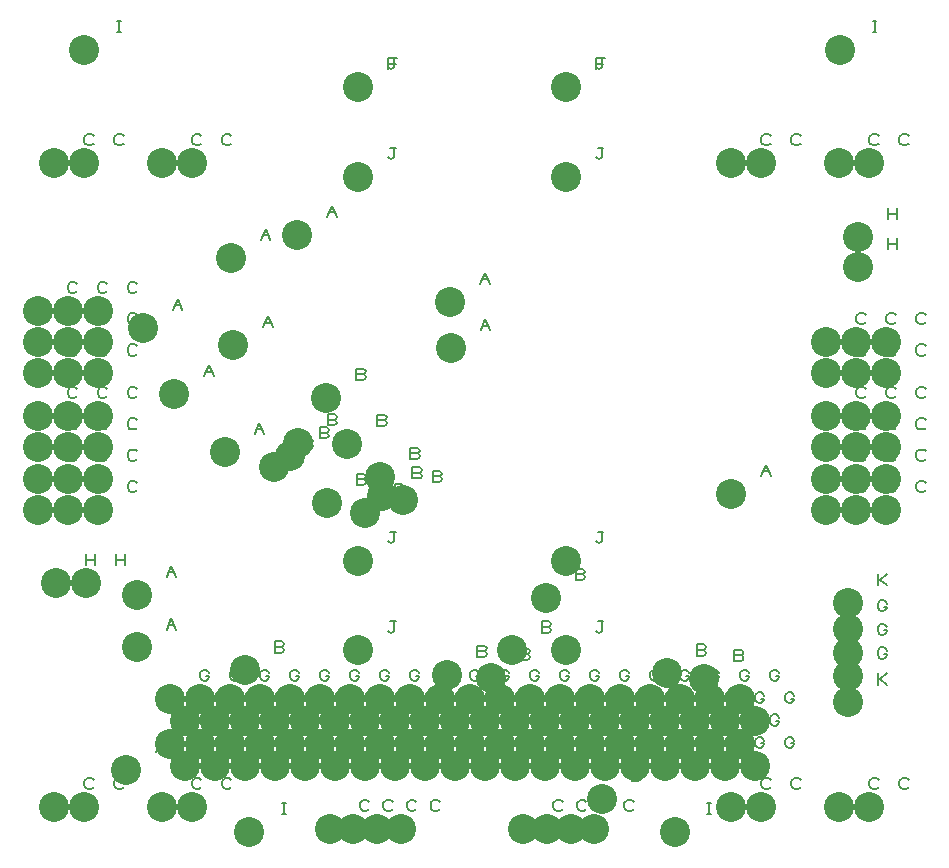
<source format=gbr>
G04 DesignSpark PCB Gerber Version 12.0 Build 5942*
%FSLAX35Y35*%
%MOMM*%
%ADD14C,0.12700*%
%ADD97C,2.54000*%
X0Y0D02*
D02*
D14*
X1105620Y4516930D02*
X1097680Y4508990D01*
X1081800Y4501050D01*
X1057990D01*
X1042120Y4508990D01*
X1034180Y4516930D01*
X1026240Y4532800D01*
Y4564550D01*
X1034180Y4580430D01*
X1042120Y4588370D01*
X1057990Y4596300D01*
X1081800D01*
X1097680Y4588370D01*
X1105620Y4580430D01*
Y4781930D02*
X1097680Y4773990D01*
X1081800Y4766050D01*
X1057990D01*
X1042120Y4773990D01*
X1034180Y4781930D01*
X1026240Y4797800D01*
Y4829550D01*
X1034180Y4845430D01*
X1042120Y4853370D01*
X1057990Y4861300D01*
X1081800D01*
X1097680Y4853370D01*
X1105620Y4845430D01*
Y5046930D02*
X1097680Y5038990D01*
X1081800Y5031050D01*
X1057990D01*
X1042120Y5038990D01*
X1034180Y5046930D01*
X1026240Y5062800D01*
Y5094550D01*
X1034180Y5110430D01*
X1042120Y5118370D01*
X1057990Y5126300D01*
X1081800D01*
X1097680Y5118370D01*
X1105620Y5110430D01*
Y5311930D02*
X1097680Y5303990D01*
X1081800Y5296050D01*
X1057990D01*
X1042120Y5303990D01*
X1034180Y5311930D01*
X1026240Y5327800D01*
Y5359550D01*
X1034180Y5375430D01*
X1042120Y5383370D01*
X1057990Y5391300D01*
X1081800D01*
X1097680Y5383370D01*
X1105620Y5375430D01*
Y5671930D02*
X1097680Y5663990D01*
X1081800Y5656050D01*
X1057990D01*
X1042120Y5663990D01*
X1034180Y5671930D01*
X1026240Y5687800D01*
Y5719550D01*
X1034180Y5735430D01*
X1042120Y5743370D01*
X1057990Y5751300D01*
X1081800D01*
X1097680Y5743370D01*
X1105620Y5735430D01*
Y5936930D02*
X1097680Y5928990D01*
X1081800Y5921050D01*
X1057990D01*
X1042120Y5928990D01*
X1034180Y5936930D01*
X1026240Y5952800D01*
Y5984550D01*
X1034180Y6000430D01*
X1042120Y6008370D01*
X1057990Y6016300D01*
X1081800D01*
X1097680Y6008370D01*
X1105620Y6000430D01*
Y6201930D02*
X1097680Y6193990D01*
X1081800Y6186050D01*
X1057990D01*
X1042120Y6193990D01*
X1034180Y6201930D01*
X1026240Y6217800D01*
Y6249550D01*
X1034180Y6265430D01*
X1042120Y6273370D01*
X1057990Y6281300D01*
X1081800D01*
X1097680Y6273370D01*
X1105620Y6265430D01*
X1248620Y2001930D02*
X1240680Y1993990D01*
X1224800Y1986050D01*
X1200990D01*
X1185120Y1993990D01*
X1177180Y2001930D01*
X1169240Y2017800D01*
Y2049550D01*
X1177180Y2065430D01*
X1185120Y2073370D01*
X1200990Y2081300D01*
X1224800D01*
X1240680Y2073370D01*
X1248620Y2065430D01*
Y7451930D02*
X1240680Y7443990D01*
X1224800Y7436050D01*
X1200990D01*
X1185120Y7443990D01*
X1177180Y7451930D01*
X1169240Y7467800D01*
Y7499550D01*
X1177180Y7515430D01*
X1185120Y7523370D01*
X1200990Y7531300D01*
X1224800D01*
X1240680Y7523370D01*
X1248620Y7515430D01*
X1180240Y3881050D02*
Y3976300D01*
Y3928680D02*
X1259620D01*
Y3881050D02*
Y3976300D01*
X1359620Y4516930D02*
X1351680Y4508990D01*
X1335800Y4501050D01*
X1311990D01*
X1296120Y4508990D01*
X1288180Y4516930D01*
X1280240Y4532800D01*
Y4564550D01*
X1288180Y4580430D01*
X1296120Y4588370D01*
X1311990Y4596300D01*
X1335800D01*
X1351680Y4588370D01*
X1359620Y4580430D01*
Y4781930D02*
X1351680Y4773990D01*
X1335800Y4766050D01*
X1311990D01*
X1296120Y4773990D01*
X1288180Y4781930D01*
X1280240Y4797800D01*
Y4829550D01*
X1288180Y4845430D01*
X1296120Y4853370D01*
X1311990Y4861300D01*
X1335800D01*
X1351680Y4853370D01*
X1359620Y4845430D01*
Y5046930D02*
X1351680Y5038990D01*
X1335800Y5031050D01*
X1311990D01*
X1296120Y5038990D01*
X1288180Y5046930D01*
X1280240Y5062800D01*
Y5094550D01*
X1288180Y5110430D01*
X1296120Y5118370D01*
X1311990Y5126300D01*
X1335800D01*
X1351680Y5118370D01*
X1359620Y5110430D01*
Y5311930D02*
X1351680Y5303990D01*
X1335800Y5296050D01*
X1311990D01*
X1296120Y5303990D01*
X1288180Y5311930D01*
X1280240Y5327800D01*
Y5359550D01*
X1288180Y5375430D01*
X1296120Y5383370D01*
X1311990Y5391300D01*
X1335800D01*
X1351680Y5383370D01*
X1359620Y5375430D01*
Y5671930D02*
X1351680Y5663990D01*
X1335800Y5656050D01*
X1311990D01*
X1296120Y5663990D01*
X1288180Y5671930D01*
X1280240Y5687800D01*
Y5719550D01*
X1288180Y5735430D01*
X1296120Y5743370D01*
X1311990Y5751300D01*
X1335800D01*
X1351680Y5743370D01*
X1359620Y5735430D01*
Y5936930D02*
X1351680Y5928990D01*
X1335800Y5921050D01*
X1311990D01*
X1296120Y5928990D01*
X1288180Y5936930D01*
X1280240Y5952800D01*
Y5984550D01*
X1288180Y6000430D01*
X1296120Y6008370D01*
X1311990Y6016300D01*
X1335800D01*
X1351680Y6008370D01*
X1359620Y6000430D01*
Y6201930D02*
X1351680Y6193990D01*
X1335800Y6186050D01*
X1311990D01*
X1296120Y6193990D01*
X1288180Y6201930D01*
X1280240Y6217800D01*
Y6249550D01*
X1288180Y6265430D01*
X1296120Y6273370D01*
X1311990Y6281300D01*
X1335800D01*
X1351680Y6273370D01*
X1359620Y6265430D01*
X1443050Y8396050D02*
X1474800D01*
X1458930D02*
Y8491300D01*
X1443050D02*
X1474800D01*
X1502620Y2001930D02*
X1494680Y1993990D01*
X1478800Y1986050D01*
X1454990D01*
X1439120Y1993990D01*
X1431180Y2001930D01*
X1423240Y2017800D01*
Y2049550D01*
X1431180Y2065430D01*
X1439120Y2073370D01*
X1454990Y2081300D01*
X1478800D01*
X1494680Y2073370D01*
X1502620Y2065430D01*
Y7451930D02*
X1494680Y7443990D01*
X1478800Y7436050D01*
X1454990D01*
X1439120Y7443990D01*
X1431180Y7451930D01*
X1423240Y7467800D01*
Y7499550D01*
X1431180Y7515430D01*
X1439120Y7523370D01*
X1454990Y7531300D01*
X1478800D01*
X1494680Y7523370D01*
X1502620Y7515430D01*
X1434240Y3881050D02*
Y3976300D01*
Y3928680D02*
X1513620D01*
Y3881050D02*
Y3976300D01*
X1613620Y4516930D02*
X1605680Y4508990D01*
X1589800Y4501050D01*
X1565990D01*
X1550120Y4508990D01*
X1542180Y4516930D01*
X1534240Y4532800D01*
Y4564550D01*
X1542180Y4580430D01*
X1550120Y4588370D01*
X1565990Y4596300D01*
X1589800D01*
X1605680Y4588370D01*
X1613620Y4580430D01*
Y4781930D02*
X1605680Y4773990D01*
X1589800Y4766050D01*
X1565990D01*
X1550120Y4773990D01*
X1542180Y4781930D01*
X1534240Y4797800D01*
Y4829550D01*
X1542180Y4845430D01*
X1550120Y4853370D01*
X1565990Y4861300D01*
X1589800D01*
X1605680Y4853370D01*
X1613620Y4845430D01*
Y5046930D02*
X1605680Y5038990D01*
X1589800Y5031050D01*
X1565990D01*
X1550120Y5038990D01*
X1542180Y5046930D01*
X1534240Y5062800D01*
Y5094550D01*
X1542180Y5110430D01*
X1550120Y5118370D01*
X1565990Y5126300D01*
X1589800D01*
X1605680Y5118370D01*
X1613620Y5110430D01*
Y5311930D02*
X1605680Y5303990D01*
X1589800Y5296050D01*
X1565990D01*
X1550120Y5303990D01*
X1542180Y5311930D01*
X1534240Y5327800D01*
Y5359550D01*
X1542180Y5375430D01*
X1550120Y5383370D01*
X1565990Y5391300D01*
X1589800D01*
X1605680Y5383370D01*
X1613620Y5375430D01*
Y5671930D02*
X1605680Y5663990D01*
X1589800Y5656050D01*
X1565990D01*
X1550120Y5663990D01*
X1542180Y5671930D01*
X1534240Y5687800D01*
Y5719550D01*
X1542180Y5735430D01*
X1550120Y5743370D01*
X1565990Y5751300D01*
X1589800D01*
X1605680Y5743370D01*
X1613620Y5735430D01*
Y5936930D02*
X1605680Y5928990D01*
X1589800Y5921050D01*
X1565990D01*
X1550120Y5928990D01*
X1542180Y5936930D01*
X1534240Y5952800D01*
Y5984550D01*
X1542180Y6000430D01*
X1550120Y6008370D01*
X1565990Y6016300D01*
X1589800D01*
X1605680Y6008370D01*
X1613620Y6000430D01*
Y6201930D02*
X1605680Y6193990D01*
X1589800Y6186050D01*
X1565990D01*
X1550120Y6193990D01*
X1542180Y6201930D01*
X1534240Y6217800D01*
Y6249550D01*
X1542180Y6265430D01*
X1550120Y6273370D01*
X1565990Y6281300D01*
X1589800D01*
X1605680Y6273370D01*
X1613620Y6265430D01*
X1774240Y2301050D02*
X1813930Y2396300D01*
X1853620Y2301050D01*
X1790120Y2340740D02*
X1837740D01*
X1864240Y3336050D02*
X1903930Y3431300D01*
X1943620Y3336050D01*
X1880120Y3375740D02*
X1927740D01*
X1864240Y3781050D02*
X1903930Y3876300D01*
X1943620Y3781050D01*
X1880120Y3820740D02*
X1927740D01*
X1919240Y6041050D02*
X1958930Y6136300D01*
X1998620Y6041050D01*
X1935120Y6080740D02*
X1982740D01*
X2158620Y2001930D02*
X2150680Y1993990D01*
X2134800Y1986050D01*
X2110990D01*
X2095120Y1993990D01*
X2087180Y2001930D01*
X2079240Y2017800D01*
Y2049550D01*
X2087180Y2065430D01*
X2095120Y2073370D01*
X2110990Y2081300D01*
X2134800D01*
X2150680Y2073370D01*
X2158620Y2065430D01*
Y7451930D02*
X2150680Y7443990D01*
X2134800Y7436050D01*
X2110990D01*
X2095120Y7443990D01*
X2087180Y7451930D01*
X2079240Y7467800D01*
Y7499550D01*
X2087180Y7515430D01*
X2095120Y7523370D01*
X2110990Y7531300D01*
X2134800D01*
X2150680Y7523370D01*
X2158620Y7515430D01*
X2201950Y2562240D02*
X2225770D01*
Y2554300D01*
X2217830Y2538430D01*
X2209890Y2530490D01*
X2194020Y2522550D01*
X2178140D01*
X2162270Y2530490D01*
X2154330Y2538430D01*
X2146390Y2554300D01*
Y2586050D01*
X2154330Y2601930D01*
X2162270Y2609870D01*
X2178140Y2617800D01*
X2194020D01*
X2209890Y2609870D01*
X2217830Y2601930D01*
X2225770Y2586050D01*
X2201950Y2942240D02*
X2225770D01*
Y2934300D01*
X2217830Y2918430D01*
X2209890Y2910490D01*
X2194020Y2902550D01*
X2178140D01*
X2162270Y2910490D01*
X2154330Y2918430D01*
X2146390Y2934300D01*
Y2966050D01*
X2154330Y2981930D01*
X2162270Y2989870D01*
X2178140Y2997800D01*
X2194020D01*
X2209890Y2989870D01*
X2217830Y2981930D01*
X2225770Y2966050D01*
X2184240Y5481050D02*
X2223930Y5576300D01*
X2263620Y5481050D01*
X2200120Y5520740D02*
X2247740D01*
X2328950Y2372240D02*
X2352770D01*
Y2364300D01*
X2344830Y2348430D01*
X2336890Y2340490D01*
X2321020Y2332550D01*
X2305140D01*
X2289270Y2340490D01*
X2281330Y2348430D01*
X2273390Y2364300D01*
Y2396050D01*
X2281330Y2411930D01*
X2289270Y2419870D01*
X2305140Y2427800D01*
X2321020D01*
X2336890Y2419870D01*
X2344830Y2411930D01*
X2352770Y2396050D01*
X2328950Y2752240D02*
X2352770D01*
Y2744300D01*
X2344830Y2728430D01*
X2336890Y2720490D01*
X2321020Y2712550D01*
X2305140D01*
X2289270Y2720490D01*
X2281330Y2728430D01*
X2273390Y2744300D01*
Y2776050D01*
X2281330Y2791930D01*
X2289270Y2799870D01*
X2305140Y2807800D01*
X2321020D01*
X2336890Y2799870D01*
X2344830Y2791930D01*
X2352770Y2776050D01*
X2412620Y2001930D02*
X2404680Y1993990D01*
X2388800Y1986050D01*
X2364990D01*
X2349120Y1993990D01*
X2341180Y2001930D01*
X2333240Y2017800D01*
Y2049550D01*
X2341180Y2065430D01*
X2349120Y2073370D01*
X2364990Y2081300D01*
X2388800D01*
X2404680Y2073370D01*
X2412620Y2065430D01*
Y7451930D02*
X2404680Y7443990D01*
X2388800Y7436050D01*
X2364990D01*
X2349120Y7443990D01*
X2341180Y7451930D01*
X2333240Y7467800D01*
Y7499550D01*
X2341180Y7515430D01*
X2349120Y7523370D01*
X2364990Y7531300D01*
X2388800D01*
X2404680Y7523370D01*
X2412620Y7515430D01*
X2455950Y2562240D02*
X2479770D01*
Y2554300D01*
X2471830Y2538430D01*
X2463890Y2530490D01*
X2448020Y2522550D01*
X2432140D01*
X2416270Y2530490D01*
X2408330Y2538430D01*
X2400390Y2554300D01*
Y2586050D01*
X2408330Y2601930D01*
X2416270Y2609870D01*
X2432140Y2617800D01*
X2448020D01*
X2463890Y2609870D01*
X2471830Y2601930D01*
X2479770Y2586050D01*
X2455950Y2942240D02*
X2479770D01*
Y2934300D01*
X2471830Y2918430D01*
X2463890Y2910490D01*
X2448020Y2902550D01*
X2432140D01*
X2416270Y2910490D01*
X2408330Y2918430D01*
X2400390Y2934300D01*
Y2966050D01*
X2408330Y2981930D01*
X2416270Y2989870D01*
X2432140Y2997800D01*
X2448020D01*
X2463890Y2989870D01*
X2471830Y2981930D01*
X2479770Y2966050D01*
X2582950Y2372240D02*
X2606770D01*
Y2364300D01*
X2598830Y2348430D01*
X2590890Y2340490D01*
X2575020Y2332550D01*
X2559140D01*
X2543270Y2340490D01*
X2535330Y2348430D01*
X2527390Y2364300D01*
Y2396050D01*
X2535330Y2411930D01*
X2543270Y2419870D01*
X2559140Y2427800D01*
X2575020D01*
X2590890Y2419870D01*
X2598830Y2411930D01*
X2606770Y2396050D01*
X2582950Y2752240D02*
X2606770D01*
Y2744300D01*
X2598830Y2728430D01*
X2590890Y2720490D01*
X2575020Y2712550D01*
X2559140D01*
X2543270Y2720490D01*
X2535330Y2728430D01*
X2527390Y2744300D01*
Y2776050D01*
X2535330Y2791930D01*
X2543270Y2799870D01*
X2559140Y2807800D01*
X2575020D01*
X2590890Y2799870D01*
X2598830Y2791930D01*
X2606770Y2776050D01*
X2609240Y4991050D02*
X2648930Y5086300D01*
X2688620Y4991050D01*
X2625120Y5030740D02*
X2672740D01*
X2709950Y2562240D02*
X2733770D01*
Y2554300D01*
X2725830Y2538430D01*
X2717890Y2530490D01*
X2702020Y2522550D01*
X2686140D01*
X2670270Y2530490D01*
X2662330Y2538430D01*
X2654390Y2554300D01*
Y2586050D01*
X2662330Y2601930D01*
X2670270Y2609870D01*
X2686140Y2617800D01*
X2702020D01*
X2717890Y2609870D01*
X2725830Y2601930D01*
X2733770Y2586050D01*
X2709950Y2942240D02*
X2733770D01*
Y2934300D01*
X2725830Y2918430D01*
X2717890Y2910490D01*
X2702020Y2902550D01*
X2686140D01*
X2670270Y2910490D01*
X2662330Y2918430D01*
X2654390Y2934300D01*
Y2966050D01*
X2662330Y2981930D01*
X2670270Y2989870D01*
X2686140Y2997800D01*
X2702020D01*
X2717890Y2989870D01*
X2725830Y2981930D01*
X2733770Y2966050D01*
X2664240Y6636050D02*
X2703930Y6731300D01*
X2743620Y6636050D01*
X2680120Y6675740D02*
X2727740D01*
X2684240Y5896050D02*
X2723930Y5991300D01*
X2763620Y5896050D01*
X2700120Y5935740D02*
X2747740D01*
X2836950Y2372240D02*
X2860770D01*
Y2364300D01*
X2852830Y2348430D01*
X2844890Y2340490D01*
X2829020Y2332550D01*
X2813140D01*
X2797270Y2340490D01*
X2789330Y2348430D01*
X2781390Y2364300D01*
Y2396050D01*
X2789330Y2411930D01*
X2797270Y2419870D01*
X2813140Y2427800D01*
X2829020D01*
X2844890Y2419870D01*
X2852830Y2411930D01*
X2860770Y2396050D01*
X2836950Y2752240D02*
X2860770D01*
Y2744300D01*
X2852830Y2728430D01*
X2844890Y2720490D01*
X2829020Y2712550D01*
X2813140D01*
X2797270Y2720490D01*
X2789330Y2728430D01*
X2781390Y2744300D01*
Y2776050D01*
X2789330Y2791930D01*
X2797270Y2799870D01*
X2813140Y2807800D01*
X2829020D01*
X2844890Y2799870D01*
X2852830Y2791930D01*
X2860770Y2776050D01*
X2836950Y3188680D02*
X2852830Y3180740D01*
X2860770Y3164870D01*
X2852830Y3148990D01*
X2836950Y3141050D01*
X2781390D01*
Y3236300D01*
X2836950D01*
X2852830Y3228370D01*
X2860770Y3212490D01*
X2852830Y3196620D01*
X2836950Y3188680D01*
X2781390D01*
X2843050Y1771050D02*
X2874800D01*
X2858930D02*
Y1866300D01*
X2843050D02*
X2874800D01*
X2963950Y2562240D02*
X2987770D01*
Y2554300D01*
X2979830Y2538430D01*
X2971890Y2530490D01*
X2956020Y2522550D01*
X2940140D01*
X2924270Y2530490D01*
X2916330Y2538430D01*
X2908390Y2554300D01*
Y2586050D01*
X2916330Y2601930D01*
X2924270Y2609870D01*
X2940140Y2617800D01*
X2956020D01*
X2971890Y2609870D01*
X2979830Y2601930D01*
X2987770Y2586050D01*
X2963950Y2942240D02*
X2987770D01*
Y2934300D01*
X2979830Y2918430D01*
X2971890Y2910490D01*
X2956020Y2902550D01*
X2940140D01*
X2924270Y2910490D01*
X2916330Y2918430D01*
X2908390Y2934300D01*
Y2966050D01*
X2916330Y2981930D01*
X2924270Y2989870D01*
X2940140Y2997800D01*
X2956020D01*
X2971890Y2989870D01*
X2979830Y2981930D01*
X2987770Y2966050D01*
X3079800Y4913680D02*
X3095680Y4905740D01*
X3103620Y4889870D01*
X3095680Y4873990D01*
X3079800Y4866050D01*
X3024240D01*
Y4961300D01*
X3079800D01*
X3095680Y4953370D01*
X3103620Y4937490D01*
X3095680Y4921620D01*
X3079800Y4913680D01*
X3024240D01*
X3090950Y2372240D02*
X3114770D01*
Y2364300D01*
X3106830Y2348430D01*
X3098890Y2340490D01*
X3083020Y2332550D01*
X3067140D01*
X3051270Y2340490D01*
X3043330Y2348430D01*
X3035390Y2364300D01*
Y2396050D01*
X3043330Y2411930D01*
X3051270Y2419870D01*
X3067140Y2427800D01*
X3083020D01*
X3098890Y2419870D01*
X3106830Y2411930D01*
X3114770Y2396050D01*
X3090950Y2752240D02*
X3114770D01*
Y2744300D01*
X3106830Y2728430D01*
X3098890Y2720490D01*
X3083020Y2712550D01*
X3067140D01*
X3051270Y2720490D01*
X3043330Y2728430D01*
X3035390Y2744300D01*
Y2776050D01*
X3043330Y2791930D01*
X3051270Y2799870D01*
X3067140Y2807800D01*
X3083020D01*
X3098890Y2799870D01*
X3106830Y2791930D01*
X3114770Y2776050D01*
X3214800Y5003680D02*
X3230680Y4995740D01*
X3238620Y4979870D01*
X3230680Y4963990D01*
X3214800Y4956050D01*
X3159240D01*
Y5051300D01*
X3214800D01*
X3230680Y5043370D01*
X3238620Y5027490D01*
X3230680Y5011620D01*
X3214800Y5003680D01*
X3159240D01*
X3217950Y2562240D02*
X3241770D01*
Y2554300D01*
X3233830Y2538430D01*
X3225890Y2530490D01*
X3210020Y2522550D01*
X3194140D01*
X3178270Y2530490D01*
X3170330Y2538430D01*
X3162390Y2554300D01*
Y2586050D01*
X3170330Y2601930D01*
X3178270Y2609870D01*
X3194140Y2617800D01*
X3210020D01*
X3225890Y2609870D01*
X3233830Y2601930D01*
X3241770Y2586050D01*
X3217950Y2942240D02*
X3241770D01*
Y2934300D01*
X3233830Y2918430D01*
X3225890Y2910490D01*
X3210020Y2902550D01*
X3194140D01*
X3178270Y2910490D01*
X3170330Y2918430D01*
X3162390Y2934300D01*
Y2966050D01*
X3170330Y2981930D01*
X3178270Y2989870D01*
X3194140Y2997800D01*
X3210020D01*
X3225890Y2989870D01*
X3233830Y2981930D01*
X3241770Y2966050D01*
X3224240Y6831050D02*
X3263930Y6926300D01*
X3303620Y6831050D01*
X3240120Y6870740D02*
X3287740D01*
X3284800Y5113680D02*
X3300680Y5105740D01*
X3308620Y5089870D01*
X3300680Y5073990D01*
X3284800Y5066050D01*
X3229240D01*
Y5161300D01*
X3284800D01*
X3300680Y5153370D01*
X3308620Y5137490D01*
X3300680Y5121620D01*
X3284800Y5113680D01*
X3229240D01*
X3344950Y2372240D02*
X3368770D01*
Y2364300D01*
X3360830Y2348430D01*
X3352890Y2340490D01*
X3337020Y2332550D01*
X3321140D01*
X3305270Y2340490D01*
X3297330Y2348430D01*
X3289390Y2364300D01*
Y2396050D01*
X3297330Y2411930D01*
X3305270Y2419870D01*
X3321140Y2427800D01*
X3337020D01*
X3352890Y2419870D01*
X3360830Y2411930D01*
X3368770Y2396050D01*
X3344950Y2752240D02*
X3368770D01*
Y2744300D01*
X3360830Y2728430D01*
X3352890Y2720490D01*
X3337020Y2712550D01*
X3321140D01*
X3305270Y2720490D01*
X3297330Y2728430D01*
X3289390Y2744300D01*
Y2776050D01*
X3297330Y2791930D01*
X3305270Y2799870D01*
X3321140Y2807800D01*
X3337020D01*
X3352890Y2799870D01*
X3360830Y2791930D01*
X3368770Y2776050D01*
X3471950Y2562240D02*
X3495770D01*
Y2554300D01*
X3487830Y2538430D01*
X3479890Y2530490D01*
X3464020Y2522550D01*
X3448140D01*
X3432270Y2530490D01*
X3424330Y2538430D01*
X3416390Y2554300D01*
Y2586050D01*
X3424330Y2601930D01*
X3432270Y2609870D01*
X3448140Y2617800D01*
X3464020D01*
X3479890Y2609870D01*
X3487830Y2601930D01*
X3495770Y2586050D01*
X3471950Y2942240D02*
X3495770D01*
Y2934300D01*
X3487830Y2918430D01*
X3479890Y2910490D01*
X3464020Y2902550D01*
X3448140D01*
X3432270Y2910490D01*
X3424330Y2918430D01*
X3416390Y2934300D01*
Y2966050D01*
X3424330Y2981930D01*
X3432270Y2989870D01*
X3448140Y2997800D01*
X3464020D01*
X3479890Y2989870D01*
X3487830Y2981930D01*
X3495770Y2966050D01*
X3524800Y5498680D02*
X3540680Y5490740D01*
X3548620Y5474870D01*
X3540680Y5458990D01*
X3524800Y5451050D01*
X3469240D01*
Y5546300D01*
X3524800D01*
X3540680Y5538370D01*
X3548620Y5522490D01*
X3540680Y5506620D01*
X3524800Y5498680D01*
X3469240D01*
X3529800Y4608680D02*
X3545680Y4600740D01*
X3553620Y4584870D01*
X3545680Y4568990D01*
X3529800Y4561050D01*
X3474240D01*
Y4656300D01*
X3529800D01*
X3545680Y4648370D01*
X3553620Y4632490D01*
X3545680Y4616620D01*
X3529800Y4608680D01*
X3474240D01*
X3578620Y1816930D02*
X3570680Y1808990D01*
X3554800Y1801050D01*
X3530990D01*
X3515120Y1808990D01*
X3507180Y1816930D01*
X3499240Y1832800D01*
Y1864550D01*
X3507180Y1880430D01*
X3515120Y1888370D01*
X3530990Y1896300D01*
X3554800D01*
X3570680Y1888370D01*
X3578620Y1880430D01*
X3598950Y2372240D02*
X3622770D01*
Y2364300D01*
X3614830Y2348430D01*
X3606890Y2340490D01*
X3591020Y2332550D01*
X3575140D01*
X3559270Y2340490D01*
X3551330Y2348430D01*
X3543390Y2364300D01*
Y2396050D01*
X3551330Y2411930D01*
X3559270Y2419870D01*
X3575140Y2427800D01*
X3591020D01*
X3606890Y2419870D01*
X3614830Y2411930D01*
X3622770Y2396050D01*
X3598950Y2752240D02*
X3622770D01*
Y2744300D01*
X3614830Y2728430D01*
X3606890Y2720490D01*
X3591020Y2712550D01*
X3575140D01*
X3559270Y2720490D01*
X3551330Y2728430D01*
X3543390Y2744300D01*
Y2776050D01*
X3551330Y2791930D01*
X3559270Y2799870D01*
X3575140Y2807800D01*
X3591020D01*
X3606890Y2799870D01*
X3614830Y2791930D01*
X3622770Y2776050D01*
X3704800Y5108680D02*
X3720680Y5100740D01*
X3728620Y5084870D01*
X3720680Y5068990D01*
X3704800Y5061050D01*
X3649240D01*
Y5156300D01*
X3704800D01*
X3720680Y5148370D01*
X3728620Y5132490D01*
X3720680Y5116620D01*
X3704800Y5108680D01*
X3649240D01*
X3725950Y2562240D02*
X3749770D01*
Y2554300D01*
X3741830Y2538430D01*
X3733890Y2530490D01*
X3718020Y2522550D01*
X3702140D01*
X3686270Y2530490D01*
X3678330Y2538430D01*
X3670390Y2554300D01*
Y2586050D01*
X3678330Y2601930D01*
X3686270Y2609870D01*
X3702140Y2617800D01*
X3718020D01*
X3733890Y2609870D01*
X3741830Y2601930D01*
X3749770Y2586050D01*
X3725950Y2942240D02*
X3749770D01*
Y2934300D01*
X3741830Y2918430D01*
X3733890Y2910490D01*
X3718020Y2902550D01*
X3702140D01*
X3686270Y2910490D01*
X3678330Y2918430D01*
X3670390Y2934300D01*
Y2966050D01*
X3678330Y2981930D01*
X3686270Y2989870D01*
X3702140Y2997800D01*
X3718020D01*
X3733890Y2989870D01*
X3741830Y2981930D01*
X3749770Y2966050D01*
X3778620Y1816930D02*
X3770680Y1808990D01*
X3754800Y1801050D01*
X3730990D01*
X3715120Y1808990D01*
X3707180Y1816930D01*
X3699240Y1832800D01*
Y1864550D01*
X3707180Y1880430D01*
X3715120Y1888370D01*
X3730990Y1896300D01*
X3754800D01*
X3770680Y1888370D01*
X3778620Y1880430D01*
X3739240Y3326930D02*
X3747180Y3318990D01*
X3763050Y3311050D01*
X3778930Y3318990D01*
X3786870Y3326930D01*
Y3406300D01*
X3802740D01*
X3786870D02*
X3755120D01*
X3739240Y4086930D02*
X3747180Y4078990D01*
X3763050Y4071050D01*
X3778930Y4078990D01*
X3786870Y4086930D01*
Y4166300D01*
X3802740D01*
X3786870D02*
X3755120D01*
X3739240Y7336930D02*
X3747180Y7328990D01*
X3763050Y7321050D01*
X3778930Y7328990D01*
X3786870Y7336930D01*
Y7416300D01*
X3802740D01*
X3786870D02*
X3755120D01*
X3739240Y8096930D02*
X3747180Y8088990D01*
X3763050Y8081050D01*
X3778930Y8088990D01*
X3786870Y8096930D01*
Y8176300D01*
X3802740D01*
X3786870D02*
X3755120D01*
X3739240Y8081050D02*
Y8176300D01*
X3818620D01*
X3802740Y8128680D02*
X3739240D01*
X3849800Y4518680D02*
X3865680Y4510740D01*
X3873620Y4494870D01*
X3865680Y4478990D01*
X3849800Y4471050D01*
X3794240D01*
Y4566300D01*
X3849800D01*
X3865680Y4558370D01*
X3873620Y4542490D01*
X3865680Y4526620D01*
X3849800Y4518680D01*
X3794240D01*
X3852950Y2372240D02*
X3876770D01*
Y2364300D01*
X3868830Y2348430D01*
X3860890Y2340490D01*
X3845020Y2332550D01*
X3829140D01*
X3813270Y2340490D01*
X3805330Y2348430D01*
X3797390Y2364300D01*
Y2396050D01*
X3805330Y2411930D01*
X3813270Y2419870D01*
X3829140Y2427800D01*
X3845020D01*
X3860890Y2419870D01*
X3868830Y2411930D01*
X3876770Y2396050D01*
X3852950Y2752240D02*
X3876770D01*
Y2744300D01*
X3868830Y2728430D01*
X3860890Y2720490D01*
X3845020Y2712550D01*
X3829140D01*
X3813270Y2720490D01*
X3805330Y2728430D01*
X3797390Y2744300D01*
Y2776050D01*
X3805330Y2791930D01*
X3813270Y2799870D01*
X3829140Y2807800D01*
X3845020D01*
X3860890Y2799870D01*
X3868830Y2791930D01*
X3876770Y2776050D01*
X3978620Y1816930D02*
X3970680Y1808990D01*
X3954800Y1801050D01*
X3930990D01*
X3915120Y1808990D01*
X3907180Y1816930D01*
X3899240Y1832800D01*
Y1864550D01*
X3907180Y1880430D01*
X3915120Y1888370D01*
X3930990Y1896300D01*
X3954800D01*
X3970680Y1888370D01*
X3978620Y1880430D01*
X3979950Y2562240D02*
X4003770D01*
Y2554300D01*
X3995830Y2538430D01*
X3987890Y2530490D01*
X3972020Y2522550D01*
X3956140D01*
X3940270Y2530490D01*
X3932330Y2538430D01*
X3924390Y2554300D01*
Y2586050D01*
X3932330Y2601930D01*
X3940270Y2609870D01*
X3956140Y2617800D01*
X3972020D01*
X3987890Y2609870D01*
X3995830Y2601930D01*
X4003770Y2586050D01*
X3979950Y2942240D02*
X4003770D01*
Y2934300D01*
X3995830Y2918430D01*
X3987890Y2910490D01*
X3972020Y2902550D01*
X3956140D01*
X3940270Y2910490D01*
X3932330Y2918430D01*
X3924390Y2934300D01*
Y2966050D01*
X3932330Y2981930D01*
X3940270Y2989870D01*
X3956140Y2997800D01*
X3972020D01*
X3987890Y2989870D01*
X3995830Y2981930D01*
X4003770Y2966050D01*
X3984800Y4828680D02*
X4000680Y4820740D01*
X4008620Y4804870D01*
X4000680Y4788990D01*
X3984800Y4781050D01*
X3929240D01*
Y4876300D01*
X3984800D01*
X4000680Y4868370D01*
X4008620Y4852490D01*
X4000680Y4836620D01*
X3984800Y4828680D01*
X3929240D01*
X3999800Y4663680D02*
X4015680Y4655740D01*
X4023620Y4639870D01*
X4015680Y4623990D01*
X3999800Y4616050D01*
X3944240D01*
Y4711300D01*
X3999800D01*
X4015680Y4703370D01*
X4023620Y4687490D01*
X4015680Y4671620D01*
X3999800Y4663680D01*
X3944240D01*
X4106950Y2372240D02*
X4130770D01*
Y2364300D01*
X4122830Y2348430D01*
X4114890Y2340490D01*
X4099020Y2332550D01*
X4083140D01*
X4067270Y2340490D01*
X4059330Y2348430D01*
X4051390Y2364300D01*
Y2396050D01*
X4059330Y2411930D01*
X4067270Y2419870D01*
X4083140Y2427800D01*
X4099020D01*
X4114890Y2419870D01*
X4122830Y2411930D01*
X4130770Y2396050D01*
X4106950Y2752240D02*
X4130770D01*
Y2744300D01*
X4122830Y2728430D01*
X4114890Y2720490D01*
X4099020Y2712550D01*
X4083140D01*
X4067270Y2720490D01*
X4059330Y2728430D01*
X4051390Y2744300D01*
Y2776050D01*
X4059330Y2791930D01*
X4067270Y2799870D01*
X4083140Y2807800D01*
X4099020D01*
X4114890Y2799870D01*
X4122830Y2791930D01*
X4130770Y2776050D01*
X4178620Y1816930D02*
X4170680Y1808990D01*
X4154800Y1801050D01*
X4130990D01*
X4115120Y1808990D01*
X4107180Y1816930D01*
X4099240Y1832800D01*
Y1864550D01*
X4107180Y1880430D01*
X4115120Y1888370D01*
X4130990Y1896300D01*
X4154800D01*
X4170680Y1888370D01*
X4178620Y1880430D01*
X4174800Y4633680D02*
X4190680Y4625740D01*
X4198620Y4609870D01*
X4190680Y4593990D01*
X4174800Y4586050D01*
X4119240D01*
Y4681300D01*
X4174800D01*
X4190680Y4673370D01*
X4198620Y4657490D01*
X4190680Y4641620D01*
X4174800Y4633680D01*
X4119240D01*
X4233950Y2562240D02*
X4257770D01*
Y2554300D01*
X4249830Y2538430D01*
X4241890Y2530490D01*
X4226020Y2522550D01*
X4210140D01*
X4194270Y2530490D01*
X4186330Y2538430D01*
X4178390Y2554300D01*
Y2586050D01*
X4186330Y2601930D01*
X4194270Y2609870D01*
X4210140Y2617800D01*
X4226020D01*
X4241890Y2609870D01*
X4249830Y2601930D01*
X4257770Y2586050D01*
X4233950Y2942240D02*
X4257770D01*
Y2934300D01*
X4249830Y2918430D01*
X4241890Y2910490D01*
X4226020Y2902550D01*
X4210140D01*
X4194270Y2910490D01*
X4186330Y2918430D01*
X4178390Y2934300D01*
Y2966050D01*
X4186330Y2981930D01*
X4194270Y2989870D01*
X4210140Y2997800D01*
X4226020D01*
X4241890Y2989870D01*
X4249830Y2981930D01*
X4257770Y2966050D01*
X4360950Y2372240D02*
X4384770D01*
Y2364300D01*
X4376830Y2348430D01*
X4368890Y2340490D01*
X4353020Y2332550D01*
X4337140D01*
X4321270Y2340490D01*
X4313330Y2348430D01*
X4305390Y2364300D01*
Y2396050D01*
X4313330Y2411930D01*
X4321270Y2419870D01*
X4337140Y2427800D01*
X4353020D01*
X4368890Y2419870D01*
X4376830Y2411930D01*
X4384770Y2396050D01*
X4360950Y2752240D02*
X4384770D01*
Y2744300D01*
X4376830Y2728430D01*
X4368890Y2720490D01*
X4353020Y2712550D01*
X4337140D01*
X4321270Y2720490D01*
X4313330Y2728430D01*
X4305390Y2744300D01*
Y2776050D01*
X4313330Y2791930D01*
X4321270Y2799870D01*
X4337140Y2807800D01*
X4353020D01*
X4368890Y2799870D01*
X4376830Y2791930D01*
X4384770Y2776050D01*
X4487950Y2562240D02*
X4511770D01*
Y2554300D01*
X4503830Y2538430D01*
X4495890Y2530490D01*
X4480020Y2522550D01*
X4464140D01*
X4448270Y2530490D01*
X4440330Y2538430D01*
X4432390Y2554300D01*
Y2586050D01*
X4440330Y2601930D01*
X4448270Y2609870D01*
X4464140Y2617800D01*
X4480020D01*
X4495890Y2609870D01*
X4503830Y2601930D01*
X4511770Y2586050D01*
X4487950Y2942240D02*
X4511770D01*
Y2934300D01*
X4503830Y2918430D01*
X4495890Y2910490D01*
X4480020Y2902550D01*
X4464140D01*
X4448270Y2910490D01*
X4440330Y2918430D01*
X4432390Y2934300D01*
Y2966050D01*
X4440330Y2981930D01*
X4448270Y2989870D01*
X4464140Y2997800D01*
X4480020D01*
X4495890Y2989870D01*
X4503830Y2981930D01*
X4511770Y2966050D01*
X4549800Y3153680D02*
X4565680Y3145740D01*
X4573620Y3129870D01*
X4565680Y3113990D01*
X4549800Y3106050D01*
X4494240D01*
Y3201300D01*
X4549800D01*
X4565680Y3193370D01*
X4573620Y3177490D01*
X4565680Y3161620D01*
X4549800Y3153680D01*
X4494240D01*
X4519240Y6261050D02*
X4558930Y6356300D01*
X4598620Y6261050D01*
X4535120Y6300740D02*
X4582740D01*
X4524240Y5871050D02*
X4563930Y5966300D01*
X4603620Y5871050D01*
X4540120Y5910740D02*
X4587740D01*
X4614950Y2372240D02*
X4638770D01*
Y2364300D01*
X4630830Y2348430D01*
X4622890Y2340490D01*
X4607020Y2332550D01*
X4591140D01*
X4575270Y2340490D01*
X4567330Y2348430D01*
X4559390Y2364300D01*
Y2396050D01*
X4567330Y2411930D01*
X4575270Y2419870D01*
X4591140Y2427800D01*
X4607020D01*
X4622890Y2419870D01*
X4630830Y2411930D01*
X4638770Y2396050D01*
X4614950Y2752240D02*
X4638770D01*
Y2744300D01*
X4630830Y2728430D01*
X4622890Y2720490D01*
X4607020Y2712550D01*
X4591140D01*
X4575270Y2720490D01*
X4567330Y2728430D01*
X4559390Y2744300D01*
Y2776050D01*
X4567330Y2791930D01*
X4575270Y2799870D01*
X4591140Y2807800D01*
X4607020D01*
X4622890Y2799870D01*
X4630830Y2791930D01*
X4638770Y2776050D01*
X4741950Y2562240D02*
X4765770D01*
Y2554300D01*
X4757830Y2538430D01*
X4749890Y2530490D01*
X4734020Y2522550D01*
X4718140D01*
X4702270Y2530490D01*
X4694330Y2538430D01*
X4686390Y2554300D01*
Y2586050D01*
X4694330Y2601930D01*
X4702270Y2609870D01*
X4718140Y2617800D01*
X4734020D01*
X4749890Y2609870D01*
X4757830Y2601930D01*
X4765770Y2586050D01*
X4741950Y2942240D02*
X4765770D01*
Y2934300D01*
X4757830Y2918430D01*
X4749890Y2910490D01*
X4734020Y2902550D01*
X4718140D01*
X4702270Y2910490D01*
X4694330Y2918430D01*
X4686390Y2934300D01*
Y2966050D01*
X4694330Y2981930D01*
X4702270Y2989870D01*
X4718140Y2997800D01*
X4734020D01*
X4749890Y2989870D01*
X4757830Y2981930D01*
X4765770Y2966050D01*
X4868950Y2372240D02*
X4892770D01*
Y2364300D01*
X4884830Y2348430D01*
X4876890Y2340490D01*
X4861020Y2332550D01*
X4845140D01*
X4829270Y2340490D01*
X4821330Y2348430D01*
X4813390Y2364300D01*
Y2396050D01*
X4821330Y2411930D01*
X4829270Y2419870D01*
X4845140Y2427800D01*
X4861020D01*
X4876890Y2419870D01*
X4884830Y2411930D01*
X4892770Y2396050D01*
X4868950Y2752240D02*
X4892770D01*
Y2744300D01*
X4884830Y2728430D01*
X4876890Y2720490D01*
X4861020Y2712550D01*
X4845140D01*
X4829270Y2720490D01*
X4821330Y2728430D01*
X4813390Y2744300D01*
Y2776050D01*
X4821330Y2791930D01*
X4829270Y2799870D01*
X4845140Y2807800D01*
X4861020D01*
X4876890Y2799870D01*
X4884830Y2791930D01*
X4892770Y2776050D01*
X4919800Y3128680D02*
X4935680Y3120740D01*
X4943620Y3104870D01*
X4935680Y3088990D01*
X4919800Y3081050D01*
X4864240D01*
Y3176300D01*
X4919800D01*
X4935680Y3168370D01*
X4943620Y3152490D01*
X4935680Y3136620D01*
X4919800Y3128680D01*
X4864240D01*
X4995950Y2562240D02*
X5019770D01*
Y2554300D01*
X5011830Y2538430D01*
X5003890Y2530490D01*
X4988020Y2522550D01*
X4972140D01*
X4956270Y2530490D01*
X4948330Y2538430D01*
X4940390Y2554300D01*
Y2586050D01*
X4948330Y2601930D01*
X4956270Y2609870D01*
X4972140Y2617800D01*
X4988020D01*
X5003890Y2609870D01*
X5011830Y2601930D01*
X5019770Y2586050D01*
X4995950Y2942240D02*
X5019770D01*
Y2934300D01*
X5011830Y2918430D01*
X5003890Y2910490D01*
X4988020Y2902550D01*
X4972140D01*
X4956270Y2910490D01*
X4948330Y2918430D01*
X4940390Y2934300D01*
Y2966050D01*
X4948330Y2981930D01*
X4956270Y2989870D01*
X4972140Y2997800D01*
X4988020D01*
X5003890Y2989870D01*
X5011830Y2981930D01*
X5019770Y2966050D01*
X5094800Y3358680D02*
X5110680Y3350740D01*
X5118620Y3334870D01*
X5110680Y3318990D01*
X5094800Y3311050D01*
X5039240D01*
Y3406300D01*
X5094800D01*
X5110680Y3398370D01*
X5118620Y3382490D01*
X5110680Y3366620D01*
X5094800Y3358680D01*
X5039240D01*
X5122950Y2372240D02*
X5146770D01*
Y2364300D01*
X5138830Y2348430D01*
X5130890Y2340490D01*
X5115020Y2332550D01*
X5099140D01*
X5083270Y2340490D01*
X5075330Y2348430D01*
X5067390Y2364300D01*
Y2396050D01*
X5075330Y2411930D01*
X5083270Y2419870D01*
X5099140Y2427800D01*
X5115020D01*
X5130890Y2419870D01*
X5138830Y2411930D01*
X5146770Y2396050D01*
X5122950Y2752240D02*
X5146770D01*
Y2744300D01*
X5138830Y2728430D01*
X5130890Y2720490D01*
X5115020Y2712550D01*
X5099140D01*
X5083270Y2720490D01*
X5075330Y2728430D01*
X5067390Y2744300D01*
Y2776050D01*
X5075330Y2791930D01*
X5083270Y2799870D01*
X5099140Y2807800D01*
X5115020D01*
X5130890Y2799870D01*
X5138830Y2791930D01*
X5146770Y2776050D01*
X5218620Y1816930D02*
X5210680Y1808990D01*
X5194800Y1801050D01*
X5170990D01*
X5155120Y1808990D01*
X5147180Y1816930D01*
X5139240Y1832800D01*
Y1864550D01*
X5147180Y1880430D01*
X5155120Y1888370D01*
X5170990Y1896300D01*
X5194800D01*
X5210680Y1888370D01*
X5218620Y1880430D01*
X5249950Y2562240D02*
X5273770D01*
Y2554300D01*
X5265830Y2538430D01*
X5257890Y2530490D01*
X5242020Y2522550D01*
X5226140D01*
X5210270Y2530490D01*
X5202330Y2538430D01*
X5194390Y2554300D01*
Y2586050D01*
X5202330Y2601930D01*
X5210270Y2609870D01*
X5226140Y2617800D01*
X5242020D01*
X5257890Y2609870D01*
X5265830Y2601930D01*
X5273770Y2586050D01*
X5249950Y2942240D02*
X5273770D01*
Y2934300D01*
X5265830Y2918430D01*
X5257890Y2910490D01*
X5242020Y2902550D01*
X5226140D01*
X5210270Y2910490D01*
X5202330Y2918430D01*
X5194390Y2934300D01*
Y2966050D01*
X5202330Y2981930D01*
X5210270Y2989870D01*
X5226140Y2997800D01*
X5242020D01*
X5257890Y2989870D01*
X5265830Y2981930D01*
X5273770Y2966050D01*
X5376950Y2372240D02*
X5400770D01*
Y2364300D01*
X5392830Y2348430D01*
X5384890Y2340490D01*
X5369020Y2332550D01*
X5353140D01*
X5337270Y2340490D01*
X5329330Y2348430D01*
X5321390Y2364300D01*
Y2396050D01*
X5329330Y2411930D01*
X5337270Y2419870D01*
X5353140Y2427800D01*
X5369020D01*
X5384890Y2419870D01*
X5392830Y2411930D01*
X5400770Y2396050D01*
X5376950Y2752240D02*
X5400770D01*
Y2744300D01*
X5392830Y2728430D01*
X5384890Y2720490D01*
X5369020Y2712550D01*
X5353140D01*
X5337270Y2720490D01*
X5329330Y2728430D01*
X5321390Y2744300D01*
Y2776050D01*
X5329330Y2791930D01*
X5337270Y2799870D01*
X5353140Y2807800D01*
X5369020D01*
X5384890Y2799870D01*
X5392830Y2791930D01*
X5400770Y2776050D01*
X5384800Y3803680D02*
X5400680Y3795740D01*
X5408620Y3779870D01*
X5400680Y3763990D01*
X5384800Y3756050D01*
X5329240D01*
Y3851300D01*
X5384800D01*
X5400680Y3843370D01*
X5408620Y3827490D01*
X5400680Y3811620D01*
X5384800Y3803680D01*
X5329240D01*
X5418620Y1816930D02*
X5410680Y1808990D01*
X5394800Y1801050D01*
X5370990D01*
X5355120Y1808990D01*
X5347180Y1816930D01*
X5339240Y1832800D01*
Y1864550D01*
X5347180Y1880430D01*
X5355120Y1888370D01*
X5370990Y1896300D01*
X5394800D01*
X5410680Y1888370D01*
X5418620Y1880430D01*
X5503950Y2562240D02*
X5527770D01*
Y2554300D01*
X5519830Y2538430D01*
X5511890Y2530490D01*
X5496020Y2522550D01*
X5480140D01*
X5464270Y2530490D01*
X5456330Y2538430D01*
X5448390Y2554300D01*
Y2586050D01*
X5456330Y2601930D01*
X5464270Y2609870D01*
X5480140Y2617800D01*
X5496020D01*
X5511890Y2609870D01*
X5519830Y2601930D01*
X5527770Y2586050D01*
X5503950Y2942240D02*
X5527770D01*
Y2934300D01*
X5519830Y2918430D01*
X5511890Y2910490D01*
X5496020Y2902550D01*
X5480140D01*
X5464270Y2910490D01*
X5456330Y2918430D01*
X5448390Y2934300D01*
Y2966050D01*
X5456330Y2981930D01*
X5464270Y2989870D01*
X5480140Y2997800D01*
X5496020D01*
X5511890Y2989870D01*
X5519830Y2981930D01*
X5527770Y2966050D01*
X5499240Y3326930D02*
X5507180Y3318990D01*
X5523050Y3311050D01*
X5538930Y3318990D01*
X5546870Y3326930D01*
Y3406300D01*
X5562740D01*
X5546870D02*
X5515120D01*
X5499240Y4086930D02*
X5507180Y4078990D01*
X5523050Y4071050D01*
X5538930Y4078990D01*
X5546870Y4086930D01*
Y4166300D01*
X5562740D01*
X5546870D02*
X5515120D01*
X5499240Y7336930D02*
X5507180Y7328990D01*
X5523050Y7321050D01*
X5538930Y7328990D01*
X5546870Y7336930D01*
Y7416300D01*
X5562740D01*
X5546870D02*
X5515120D01*
X5499240Y8096930D02*
X5507180Y8088990D01*
X5523050Y8081050D01*
X5538930Y8088990D01*
X5546870Y8096930D01*
Y8176300D01*
X5562740D01*
X5546870D02*
X5515120D01*
X5499240Y8081050D02*
Y8176300D01*
X5578620D01*
X5562740Y8128680D02*
X5499240D01*
X5618620Y1816930D02*
X5610680Y1808990D01*
X5594800Y1801050D01*
X5570990D01*
X5555120Y1808990D01*
X5547180Y1816930D01*
X5539240Y1832800D01*
Y1864550D01*
X5547180Y1880430D01*
X5555120Y1888370D01*
X5570990Y1896300D01*
X5594800D01*
X5610680Y1888370D01*
X5618620Y1880430D01*
X5630950Y2372240D02*
X5654770D01*
Y2364300D01*
X5646830Y2348430D01*
X5638890Y2340490D01*
X5623020Y2332550D01*
X5607140D01*
X5591270Y2340490D01*
X5583330Y2348430D01*
X5575390Y2364300D01*
Y2396050D01*
X5583330Y2411930D01*
X5591270Y2419870D01*
X5607140Y2427800D01*
X5623020D01*
X5638890Y2419870D01*
X5646830Y2411930D01*
X5654770Y2396050D01*
X5630950Y2752240D02*
X5654770D01*
Y2744300D01*
X5646830Y2728430D01*
X5638890Y2720490D01*
X5623020Y2712550D01*
X5607140D01*
X5591270Y2720490D01*
X5583330Y2728430D01*
X5575390Y2744300D01*
Y2776050D01*
X5583330Y2791930D01*
X5591270Y2799870D01*
X5607140Y2807800D01*
X5623020D01*
X5638890Y2799870D01*
X5646830Y2791930D01*
X5654770Y2776050D01*
X5757950Y2562240D02*
X5781770D01*
Y2554300D01*
X5773830Y2538430D01*
X5765890Y2530490D01*
X5750020Y2522550D01*
X5734140D01*
X5718270Y2530490D01*
X5710330Y2538430D01*
X5702390Y2554300D01*
Y2586050D01*
X5710330Y2601930D01*
X5718270Y2609870D01*
X5734140Y2617800D01*
X5750020D01*
X5765890Y2609870D01*
X5773830Y2601930D01*
X5781770Y2586050D01*
X5757950Y2942240D02*
X5781770D01*
Y2934300D01*
X5773830Y2918430D01*
X5765890Y2910490D01*
X5750020Y2902550D01*
X5734140D01*
X5718270Y2910490D01*
X5710330Y2918430D01*
X5702390Y2934300D01*
Y2966050D01*
X5710330Y2981930D01*
X5718270Y2989870D01*
X5734140Y2997800D01*
X5750020D01*
X5765890Y2989870D01*
X5773830Y2981930D01*
X5781770Y2966050D01*
X5818620Y1816930D02*
X5810680Y1808990D01*
X5794800Y1801050D01*
X5770990D01*
X5755120Y1808990D01*
X5747180Y1816930D01*
X5739240Y1832800D01*
Y1864550D01*
X5747180Y1880430D01*
X5755120Y1888370D01*
X5770990Y1896300D01*
X5794800D01*
X5810680Y1888370D01*
X5818620Y1880430D01*
X5859800Y2098680D02*
X5875680Y2090740D01*
X5883620Y2074870D01*
X5875680Y2058990D01*
X5859800Y2051050D01*
X5804240D01*
Y2146300D01*
X5859800D01*
X5875680Y2138370D01*
X5883620Y2122490D01*
X5875680Y2106620D01*
X5859800Y2098680D01*
X5804240D01*
X5884950Y2372240D02*
X5908770D01*
Y2364300D01*
X5900830Y2348430D01*
X5892890Y2340490D01*
X5877020Y2332550D01*
X5861140D01*
X5845270Y2340490D01*
X5837330Y2348430D01*
X5829390Y2364300D01*
Y2396050D01*
X5837330Y2411930D01*
X5845270Y2419870D01*
X5861140Y2427800D01*
X5877020D01*
X5892890Y2419870D01*
X5900830Y2411930D01*
X5908770Y2396050D01*
X5884950Y2752240D02*
X5908770D01*
Y2744300D01*
X5900830Y2728430D01*
X5892890Y2720490D01*
X5877020Y2712550D01*
X5861140D01*
X5845270Y2720490D01*
X5837330Y2728430D01*
X5829390Y2744300D01*
Y2776050D01*
X5837330Y2791930D01*
X5845270Y2799870D01*
X5861140Y2807800D01*
X5877020D01*
X5892890Y2799870D01*
X5900830Y2791930D01*
X5908770Y2776050D01*
X6011950Y2562240D02*
X6035770D01*
Y2554300D01*
X6027830Y2538430D01*
X6019890Y2530490D01*
X6004020Y2522550D01*
X5988140D01*
X5972270Y2530490D01*
X5964330Y2538430D01*
X5956390Y2554300D01*
Y2586050D01*
X5964330Y2601930D01*
X5972270Y2609870D01*
X5988140Y2617800D01*
X6004020D01*
X6019890Y2609870D01*
X6027830Y2601930D01*
X6035770Y2586050D01*
X6011950Y2942240D02*
X6035770D01*
Y2934300D01*
X6027830Y2918430D01*
X6019890Y2910490D01*
X6004020Y2902550D01*
X5988140D01*
X5972270Y2910490D01*
X5964330Y2918430D01*
X5956390Y2934300D01*
Y2966050D01*
X5964330Y2981930D01*
X5972270Y2989870D01*
X5988140Y2997800D01*
X6004020D01*
X6019890Y2989870D01*
X6027830Y2981930D01*
X6035770Y2966050D01*
X6138950Y2372240D02*
X6162770D01*
Y2364300D01*
X6154830Y2348430D01*
X6146890Y2340490D01*
X6131020Y2332550D01*
X6115140D01*
X6099270Y2340490D01*
X6091330Y2348430D01*
X6083390Y2364300D01*
Y2396050D01*
X6091330Y2411930D01*
X6099270Y2419870D01*
X6115140Y2427800D01*
X6131020D01*
X6146890Y2419870D01*
X6154830Y2411930D01*
X6162770Y2396050D01*
X6138950Y2752240D02*
X6162770D01*
Y2744300D01*
X6154830Y2728430D01*
X6146890Y2720490D01*
X6131020Y2712550D01*
X6115140D01*
X6099270Y2720490D01*
X6091330Y2728430D01*
X6083390Y2744300D01*
Y2776050D01*
X6091330Y2791930D01*
X6099270Y2799870D01*
X6115140Y2807800D01*
X6131020D01*
X6146890Y2799870D01*
X6154830Y2791930D01*
X6162770Y2776050D01*
X6265950Y2562240D02*
X6289770D01*
Y2554300D01*
X6281830Y2538430D01*
X6273890Y2530490D01*
X6258020Y2522550D01*
X6242140D01*
X6226270Y2530490D01*
X6218330Y2538430D01*
X6210390Y2554300D01*
Y2586050D01*
X6218330Y2601930D01*
X6226270Y2609870D01*
X6242140Y2617800D01*
X6258020D01*
X6273890Y2609870D01*
X6281830Y2601930D01*
X6289770Y2586050D01*
X6265950Y2942240D02*
X6289770D01*
Y2934300D01*
X6281830Y2918430D01*
X6273890Y2910490D01*
X6258020Y2902550D01*
X6242140D01*
X6226270Y2910490D01*
X6218330Y2918430D01*
X6210390Y2934300D01*
Y2966050D01*
X6218330Y2981930D01*
X6226270Y2989870D01*
X6242140Y2997800D01*
X6258020D01*
X6273890Y2989870D01*
X6281830Y2981930D01*
X6289770Y2966050D01*
X6392950Y2372240D02*
X6416770D01*
Y2364300D01*
X6408830Y2348430D01*
X6400890Y2340490D01*
X6385020Y2332550D01*
X6369140D01*
X6353270Y2340490D01*
X6345330Y2348430D01*
X6337390Y2364300D01*
Y2396050D01*
X6345330Y2411930D01*
X6353270Y2419870D01*
X6369140Y2427800D01*
X6385020D01*
X6400890Y2419870D01*
X6408830Y2411930D01*
X6416770Y2396050D01*
X6392950Y2752240D02*
X6416770D01*
Y2744300D01*
X6408830Y2728430D01*
X6400890Y2720490D01*
X6385020Y2712550D01*
X6369140D01*
X6353270Y2720490D01*
X6345330Y2728430D01*
X6337390Y2744300D01*
Y2776050D01*
X6345330Y2791930D01*
X6353270Y2799870D01*
X6369140Y2807800D01*
X6385020D01*
X6400890Y2799870D01*
X6408830Y2791930D01*
X6416770Y2776050D01*
X6409800Y3163680D02*
X6425680Y3155740D01*
X6433620Y3139870D01*
X6425680Y3123990D01*
X6409800Y3116050D01*
X6354240D01*
Y3211300D01*
X6409800D01*
X6425680Y3203370D01*
X6433620Y3187490D01*
X6425680Y3171620D01*
X6409800Y3163680D01*
X6354240D01*
X6443050Y1771050D02*
X6474800D01*
X6458930D02*
Y1866300D01*
X6443050D02*
X6474800D01*
X6519950Y2562240D02*
X6543770D01*
Y2554300D01*
X6535830Y2538430D01*
X6527890Y2530490D01*
X6512020Y2522550D01*
X6496140D01*
X6480270Y2530490D01*
X6472330Y2538430D01*
X6464390Y2554300D01*
Y2586050D01*
X6472330Y2601930D01*
X6480270Y2609870D01*
X6496140Y2617800D01*
X6512020D01*
X6527890Y2609870D01*
X6535830Y2601930D01*
X6543770Y2586050D01*
X6519950Y2942240D02*
X6543770D01*
Y2934300D01*
X6535830Y2918430D01*
X6527890Y2910490D01*
X6512020Y2902550D01*
X6496140D01*
X6480270Y2910490D01*
X6472330Y2918430D01*
X6464390Y2934300D01*
Y2966050D01*
X6472330Y2981930D01*
X6480270Y2989870D01*
X6496140Y2997800D01*
X6512020D01*
X6527890Y2989870D01*
X6535830Y2981930D01*
X6543770Y2966050D01*
X6646950Y2372240D02*
X6670770D01*
Y2364300D01*
X6662830Y2348430D01*
X6654890Y2340490D01*
X6639020Y2332550D01*
X6623140D01*
X6607270Y2340490D01*
X6599330Y2348430D01*
X6591390Y2364300D01*
Y2396050D01*
X6599330Y2411930D01*
X6607270Y2419870D01*
X6623140Y2427800D01*
X6639020D01*
X6654890Y2419870D01*
X6662830Y2411930D01*
X6670770Y2396050D01*
X6646950Y2752240D02*
X6670770D01*
Y2744300D01*
X6662830Y2728430D01*
X6654890Y2720490D01*
X6639020Y2712550D01*
X6623140D01*
X6607270Y2720490D01*
X6599330Y2728430D01*
X6591390Y2744300D01*
Y2776050D01*
X6599330Y2791930D01*
X6607270Y2799870D01*
X6623140Y2807800D01*
X6639020D01*
X6654890Y2799870D01*
X6662830Y2791930D01*
X6670770Y2776050D01*
X6724800Y3118680D02*
X6740680Y3110740D01*
X6748620Y3094870D01*
X6740680Y3078990D01*
X6724800Y3071050D01*
X6669240D01*
Y3166300D01*
X6724800D01*
X6740680Y3158370D01*
X6748620Y3142490D01*
X6740680Y3126620D01*
X6724800Y3118680D01*
X6669240D01*
X6773950Y2562240D02*
X6797770D01*
Y2554300D01*
X6789830Y2538430D01*
X6781890Y2530490D01*
X6766020Y2522550D01*
X6750140D01*
X6734270Y2530490D01*
X6726330Y2538430D01*
X6718390Y2554300D01*
Y2586050D01*
X6726330Y2601930D01*
X6734270Y2609870D01*
X6750140Y2617800D01*
X6766020D01*
X6781890Y2609870D01*
X6789830Y2601930D01*
X6797770Y2586050D01*
X6773950Y2942240D02*
X6797770D01*
Y2934300D01*
X6789830Y2918430D01*
X6781890Y2910490D01*
X6766020Y2902550D01*
X6750140D01*
X6734270Y2910490D01*
X6726330Y2918430D01*
X6718390Y2934300D01*
Y2966050D01*
X6726330Y2981930D01*
X6734270Y2989870D01*
X6750140Y2997800D01*
X6766020D01*
X6781890Y2989870D01*
X6789830Y2981930D01*
X6797770Y2966050D01*
X6900950Y2372240D02*
X6924770D01*
Y2364300D01*
X6916830Y2348430D01*
X6908890Y2340490D01*
X6893020Y2332550D01*
X6877140D01*
X6861270Y2340490D01*
X6853330Y2348430D01*
X6845390Y2364300D01*
Y2396050D01*
X6853330Y2411930D01*
X6861270Y2419870D01*
X6877140Y2427800D01*
X6893020D01*
X6908890Y2419870D01*
X6916830Y2411930D01*
X6924770Y2396050D01*
X6900950Y2752240D02*
X6924770D01*
Y2744300D01*
X6916830Y2728430D01*
X6908890Y2720490D01*
X6893020Y2712550D01*
X6877140D01*
X6861270Y2720490D01*
X6853330Y2728430D01*
X6845390Y2744300D01*
Y2776050D01*
X6853330Y2791930D01*
X6861270Y2799870D01*
X6877140Y2807800D01*
X6893020D01*
X6908890Y2799870D01*
X6916830Y2791930D01*
X6924770Y2776050D01*
X6978620Y2001930D02*
X6970680Y1993990D01*
X6954800Y1986050D01*
X6930990D01*
X6915120Y1993990D01*
X6907180Y2001930D01*
X6899240Y2017800D01*
Y2049550D01*
X6907180Y2065430D01*
X6915120Y2073370D01*
X6930990Y2081300D01*
X6954800D01*
X6970680Y2073370D01*
X6978620Y2065430D01*
X6899240Y4636050D02*
X6938930Y4731300D01*
X6978620Y4636050D01*
X6915120Y4675740D02*
X6962740D01*
X6978620Y7451930D02*
X6970680Y7443990D01*
X6954800Y7436050D01*
X6930990D01*
X6915120Y7443990D01*
X6907180Y7451930D01*
X6899240Y7467800D01*
Y7499550D01*
X6907180Y7515430D01*
X6915120Y7523370D01*
X6930990Y7531300D01*
X6954800D01*
X6970680Y7523370D01*
X6978620Y7515430D01*
X7027950Y2562240D02*
X7051770D01*
Y2554300D01*
X7043830Y2538430D01*
X7035890Y2530490D01*
X7020020Y2522550D01*
X7004140D01*
X6988270Y2530490D01*
X6980330Y2538430D01*
X6972390Y2554300D01*
Y2586050D01*
X6980330Y2601930D01*
X6988270Y2609870D01*
X7004140Y2617800D01*
X7020020D01*
X7035890Y2609870D01*
X7043830Y2601930D01*
X7051770Y2586050D01*
X7027950Y2942240D02*
X7051770D01*
Y2934300D01*
X7043830Y2918430D01*
X7035890Y2910490D01*
X7020020Y2902550D01*
X7004140D01*
X6988270Y2910490D01*
X6980330Y2918430D01*
X6972390Y2934300D01*
Y2966050D01*
X6980330Y2981930D01*
X6988270Y2989870D01*
X7004140Y2997800D01*
X7020020D01*
X7035890Y2989870D01*
X7043830Y2981930D01*
X7051770Y2966050D01*
X7154950Y2372240D02*
X7178770D01*
Y2364300D01*
X7170830Y2348430D01*
X7162890Y2340490D01*
X7147020Y2332550D01*
X7131140D01*
X7115270Y2340490D01*
X7107330Y2348430D01*
X7099390Y2364300D01*
Y2396050D01*
X7107330Y2411930D01*
X7115270Y2419870D01*
X7131140Y2427800D01*
X7147020D01*
X7162890Y2419870D01*
X7170830Y2411930D01*
X7178770Y2396050D01*
X7154950Y2752240D02*
X7178770D01*
Y2744300D01*
X7170830Y2728430D01*
X7162890Y2720490D01*
X7147020Y2712550D01*
X7131140D01*
X7115270Y2720490D01*
X7107330Y2728430D01*
X7099390Y2744300D01*
Y2776050D01*
X7107330Y2791930D01*
X7115270Y2799870D01*
X7131140Y2807800D01*
X7147020D01*
X7162890Y2799870D01*
X7170830Y2791930D01*
X7178770Y2776050D01*
X7232620Y2001930D02*
X7224680Y1993990D01*
X7208800Y1986050D01*
X7184990D01*
X7169120Y1993990D01*
X7161180Y2001930D01*
X7153240Y2017800D01*
Y2049550D01*
X7161180Y2065430D01*
X7169120Y2073370D01*
X7184990Y2081300D01*
X7208800D01*
X7224680Y2073370D01*
X7232620Y2065430D01*
Y7451930D02*
X7224680Y7443990D01*
X7208800Y7436050D01*
X7184990D01*
X7169120Y7443990D01*
X7161180Y7451930D01*
X7153240Y7467800D01*
Y7499550D01*
X7161180Y7515430D01*
X7169120Y7523370D01*
X7184990Y7531300D01*
X7208800D01*
X7224680Y7523370D01*
X7232620Y7515430D01*
X7783620Y4516930D02*
X7775680Y4508990D01*
X7759800Y4501050D01*
X7735990D01*
X7720120Y4508990D01*
X7712180Y4516930D01*
X7704240Y4532800D01*
Y4564550D01*
X7712180Y4580430D01*
X7720120Y4588370D01*
X7735990Y4596300D01*
X7759800D01*
X7775680Y4588370D01*
X7783620Y4580430D01*
Y4781930D02*
X7775680Y4773990D01*
X7759800Y4766050D01*
X7735990D01*
X7720120Y4773990D01*
X7712180Y4781930D01*
X7704240Y4797800D01*
Y4829550D01*
X7712180Y4845430D01*
X7720120Y4853370D01*
X7735990Y4861300D01*
X7759800D01*
X7775680Y4853370D01*
X7783620Y4845430D01*
Y5046930D02*
X7775680Y5038990D01*
X7759800Y5031050D01*
X7735990D01*
X7720120Y5038990D01*
X7712180Y5046930D01*
X7704240Y5062800D01*
Y5094550D01*
X7712180Y5110430D01*
X7720120Y5118370D01*
X7735990Y5126300D01*
X7759800D01*
X7775680Y5118370D01*
X7783620Y5110430D01*
Y5311930D02*
X7775680Y5303990D01*
X7759800Y5296050D01*
X7735990D01*
X7720120Y5303990D01*
X7712180Y5311930D01*
X7704240Y5327800D01*
Y5359550D01*
X7712180Y5375430D01*
X7720120Y5383370D01*
X7735990Y5391300D01*
X7759800D01*
X7775680Y5383370D01*
X7783620Y5375430D01*
Y5671930D02*
X7775680Y5663990D01*
X7759800Y5656050D01*
X7735990D01*
X7720120Y5663990D01*
X7712180Y5671930D01*
X7704240Y5687800D01*
Y5719550D01*
X7712180Y5735430D01*
X7720120Y5743370D01*
X7735990Y5751300D01*
X7759800D01*
X7775680Y5743370D01*
X7783620Y5735430D01*
Y5936930D02*
X7775680Y5928990D01*
X7759800Y5921050D01*
X7735990D01*
X7720120Y5928990D01*
X7712180Y5936930D01*
X7704240Y5952800D01*
Y5984550D01*
X7712180Y6000430D01*
X7720120Y6008370D01*
X7735990Y6016300D01*
X7759800D01*
X7775680Y6008370D01*
X7783620Y6000430D01*
X7893620Y2001930D02*
X7885680Y1993990D01*
X7869800Y1986050D01*
X7845990D01*
X7830120Y1993990D01*
X7822180Y2001930D01*
X7814240Y2017800D01*
Y2049550D01*
X7822180Y2065430D01*
X7830120Y2073370D01*
X7845990Y2081300D01*
X7869800D01*
X7885680Y2073370D01*
X7893620Y2065430D01*
Y7451930D02*
X7885680Y7443990D01*
X7869800Y7436050D01*
X7845990D01*
X7830120Y7443990D01*
X7822180Y7451930D01*
X7814240Y7467800D01*
Y7499550D01*
X7822180Y7515430D01*
X7830120Y7523370D01*
X7845990Y7531300D01*
X7869800D01*
X7885680Y7523370D01*
X7893620Y7515430D01*
X7843050Y8396050D02*
X7874800D01*
X7858930D02*
Y8491300D01*
X7843050D02*
X7874800D01*
X7884240Y2871050D02*
Y2966300D01*
Y2918680D02*
X7908050D01*
X7963620Y2966300D01*
X7908050Y2918680D02*
X7963620Y2871050D01*
X7939800Y3130740D02*
X7963620D01*
Y3122800D01*
X7955680Y3106930D01*
X7947740Y3098990D01*
X7931870Y3091050D01*
X7915990D01*
X7900120Y3098990D01*
X7892180Y3106930D01*
X7884240Y3122800D01*
Y3154550D01*
X7892180Y3170430D01*
X7900120Y3178370D01*
X7915990Y3186300D01*
X7931870D01*
X7947740Y3178370D01*
X7955680Y3170430D01*
X7963620Y3154550D01*
X7939800Y3330740D02*
X7963620D01*
Y3322800D01*
X7955680Y3306930D01*
X7947740Y3298990D01*
X7931870Y3291050D01*
X7915990D01*
X7900120Y3298990D01*
X7892180Y3306930D01*
X7884240Y3322800D01*
Y3354550D01*
X7892180Y3370430D01*
X7900120Y3378370D01*
X7915990Y3386300D01*
X7931870D01*
X7947740Y3378370D01*
X7955680Y3370430D01*
X7963620Y3354550D01*
X7939800Y3530740D02*
X7963620D01*
Y3522800D01*
X7955680Y3506930D01*
X7947740Y3498990D01*
X7931870Y3491050D01*
X7915990D01*
X7900120Y3498990D01*
X7892180Y3506930D01*
X7884240Y3522800D01*
Y3554550D01*
X7892180Y3570430D01*
X7900120Y3578370D01*
X7915990Y3586300D01*
X7931870D01*
X7947740Y3578370D01*
X7955680Y3570430D01*
X7963620Y3554550D01*
X7884240Y3711050D02*
Y3806300D01*
Y3758680D02*
X7908050D01*
X7963620Y3806300D01*
X7908050Y3758680D02*
X7963620Y3711050D01*
X8037620Y4516930D02*
X8029680Y4508990D01*
X8013800Y4501050D01*
X7989990D01*
X7974120Y4508990D01*
X7966180Y4516930D01*
X7958240Y4532800D01*
Y4564550D01*
X7966180Y4580430D01*
X7974120Y4588370D01*
X7989990Y4596300D01*
X8013800D01*
X8029680Y4588370D01*
X8037620Y4580430D01*
Y4781930D02*
X8029680Y4773990D01*
X8013800Y4766050D01*
X7989990D01*
X7974120Y4773990D01*
X7966180Y4781930D01*
X7958240Y4797800D01*
Y4829550D01*
X7966180Y4845430D01*
X7974120Y4853370D01*
X7989990Y4861300D01*
X8013800D01*
X8029680Y4853370D01*
X8037620Y4845430D01*
Y5046930D02*
X8029680Y5038990D01*
X8013800Y5031050D01*
X7989990D01*
X7974120Y5038990D01*
X7966180Y5046930D01*
X7958240Y5062800D01*
Y5094550D01*
X7966180Y5110430D01*
X7974120Y5118370D01*
X7989990Y5126300D01*
X8013800D01*
X8029680Y5118370D01*
X8037620Y5110430D01*
Y5311930D02*
X8029680Y5303990D01*
X8013800Y5296050D01*
X7989990D01*
X7974120Y5303990D01*
X7966180Y5311930D01*
X7958240Y5327800D01*
Y5359550D01*
X7966180Y5375430D01*
X7974120Y5383370D01*
X7989990Y5391300D01*
X8013800D01*
X8029680Y5383370D01*
X8037620Y5375430D01*
Y5671930D02*
X8029680Y5663990D01*
X8013800Y5656050D01*
X7989990D01*
X7974120Y5663990D01*
X7966180Y5671930D01*
X7958240Y5687800D01*
Y5719550D01*
X7966180Y5735430D01*
X7974120Y5743370D01*
X7989990Y5751300D01*
X8013800D01*
X8029680Y5743370D01*
X8037620Y5735430D01*
Y5936930D02*
X8029680Y5928990D01*
X8013800Y5921050D01*
X7989990D01*
X7974120Y5928990D01*
X7966180Y5936930D01*
X7958240Y5952800D01*
Y5984550D01*
X7966180Y6000430D01*
X7974120Y6008370D01*
X7989990Y6016300D01*
X8013800D01*
X8029680Y6008370D01*
X8037620Y6000430D01*
X7969240Y6556050D02*
Y6651300D01*
Y6603680D02*
X8048620D01*
Y6556050D02*
Y6651300D01*
X7969240Y6810050D02*
Y6905300D01*
Y6857680D02*
X8048620D01*
Y6810050D02*
Y6905300D01*
X8147620Y2001930D02*
X8139680Y1993990D01*
X8123800Y1986050D01*
X8099990D01*
X8084120Y1993990D01*
X8076180Y2001930D01*
X8068240Y2017800D01*
Y2049550D01*
X8076180Y2065430D01*
X8084120Y2073370D01*
X8099990Y2081300D01*
X8123800D01*
X8139680Y2073370D01*
X8147620Y2065430D01*
Y7451930D02*
X8139680Y7443990D01*
X8123800Y7436050D01*
X8099990D01*
X8084120Y7443990D01*
X8076180Y7451930D01*
X8068240Y7467800D01*
Y7499550D01*
X8076180Y7515430D01*
X8084120Y7523370D01*
X8099990Y7531300D01*
X8123800D01*
X8139680Y7523370D01*
X8147620Y7515430D01*
X8291620Y4516930D02*
X8283680Y4508990D01*
X8267800Y4501050D01*
X8243990D01*
X8228120Y4508990D01*
X8220180Y4516930D01*
X8212240Y4532800D01*
Y4564550D01*
X8220180Y4580430D01*
X8228120Y4588370D01*
X8243990Y4596300D01*
X8267800D01*
X8283680Y4588370D01*
X8291620Y4580430D01*
Y4781930D02*
X8283680Y4773990D01*
X8267800Y4766050D01*
X8243990D01*
X8228120Y4773990D01*
X8220180Y4781930D01*
X8212240Y4797800D01*
Y4829550D01*
X8220180Y4845430D01*
X8228120Y4853370D01*
X8243990Y4861300D01*
X8267800D01*
X8283680Y4853370D01*
X8291620Y4845430D01*
Y5046930D02*
X8283680Y5038990D01*
X8267800Y5031050D01*
X8243990D01*
X8228120Y5038990D01*
X8220180Y5046930D01*
X8212240Y5062800D01*
Y5094550D01*
X8220180Y5110430D01*
X8228120Y5118370D01*
X8243990Y5126300D01*
X8267800D01*
X8283680Y5118370D01*
X8291620Y5110430D01*
Y5311930D02*
X8283680Y5303990D01*
X8267800Y5296050D01*
X8243990D01*
X8228120Y5303990D01*
X8220180Y5311930D01*
X8212240Y5327800D01*
Y5359550D01*
X8220180Y5375430D01*
X8228120Y5383370D01*
X8243990Y5391300D01*
X8267800D01*
X8283680Y5383370D01*
X8291620Y5375430D01*
Y5671930D02*
X8283680Y5663990D01*
X8267800Y5656050D01*
X8243990D01*
X8228120Y5663990D01*
X8220180Y5671930D01*
X8212240Y5687800D01*
Y5719550D01*
X8220180Y5735430D01*
X8228120Y5743370D01*
X8243990Y5751300D01*
X8267800D01*
X8283680Y5743370D01*
X8291620Y5735430D01*
Y5936930D02*
X8283680Y5928990D01*
X8267800Y5921050D01*
X8243990D01*
X8228120Y5928990D01*
X8220180Y5936930D01*
X8212240Y5952800D01*
Y5984550D01*
X8220180Y6000430D01*
X8228120Y6008370D01*
X8243990Y6016300D01*
X8267800D01*
X8283680Y6008370D01*
X8291620Y6000430D01*
D02*
D97*
X772240Y4350240D03*
Y4615240D03*
Y4880240D03*
Y5145240D03*
Y5505240D03*
Y5770240D03*
Y6035240D03*
X915240Y1835240D03*
Y7285240D03*
X926240Y3730240D03*
X1026240Y4350240D03*
Y4615240D03*
Y4880240D03*
Y5145240D03*
Y5505240D03*
Y5770240D03*
Y6035240D03*
X1165240Y8245240D03*
X1169240Y1835240D03*
Y7285240D03*
X1180240Y3730240D03*
X1280240Y4350240D03*
Y4615240D03*
Y4880240D03*
Y5145240D03*
Y5505240D03*
Y5770240D03*
Y6035240D03*
X1520240Y2150240D03*
X1610240Y3185240D03*
Y3630240D03*
X1665240Y5890240D03*
X1825240Y1835240D03*
Y7285240D03*
X1892390Y2371740D03*
Y2751740D03*
X1930240Y5330240D03*
X2019390Y2181740D03*
Y2561740D03*
X2079240Y1835240D03*
Y7285240D03*
X2146390Y2371740D03*
Y2751740D03*
X2273390Y2181740D03*
Y2561740D03*
X2355240Y4840240D03*
X2400390Y2371740D03*
Y2751740D03*
X2410240Y6485240D03*
X2430240Y5745240D03*
X2527390Y2181740D03*
Y2561740D03*
Y2990240D03*
X2565240Y1620240D03*
X2654390Y2371740D03*
Y2751740D03*
X2770240Y4715240D03*
X2781390Y2181740D03*
Y2561740D03*
X2905240Y4805240D03*
X2908390Y2371740D03*
Y2751740D03*
X2970240Y6680240D03*
X2975240Y4915240D03*
X3035390Y2181740D03*
Y2561740D03*
X3162390Y2371740D03*
Y2751740D03*
X3215240Y5300240D03*
X3220240Y4410240D03*
X3245240Y1650240D03*
X3289390Y2181740D03*
Y2561740D03*
X3395240Y4910240D03*
X3416390Y2371740D03*
Y2751740D03*
X3445240Y1650240D03*
X3485240Y3160240D03*
Y3920240D03*
Y7170240D03*
Y7930240D03*
D03*
X3540240Y4320240D03*
X3543390Y2181740D03*
Y2561740D03*
X3645240Y1650240D03*
X3670390Y2371740D03*
Y2751740D03*
X3675240Y4630240D03*
X3690240Y4465240D03*
X3797390Y2181740D03*
Y2561740D03*
X3845240Y1650240D03*
X3865240Y4435240D03*
X3924390Y2371740D03*
Y2751740D03*
X4051390Y2181740D03*
Y2561740D03*
X4178390Y2371740D03*
Y2751740D03*
X4240240Y2955240D03*
X4265240Y6110240D03*
X4270240Y5720240D03*
X4305390Y2181740D03*
Y2561740D03*
X4432390Y2371740D03*
Y2751740D03*
X4559390Y2181740D03*
Y2561740D03*
X4610240Y2930240D03*
X4686390Y2371740D03*
Y2751740D03*
X4785240Y3160240D03*
X4813390Y2181740D03*
Y2561740D03*
X4885240Y1650240D03*
X4940390Y2371740D03*
Y2751740D03*
X5067390Y2181740D03*
Y2561740D03*
X5075240Y3605240D03*
X5085240Y1650240D03*
X5194390Y2371740D03*
Y2751740D03*
X5245240Y3160240D03*
Y3920240D03*
Y7170240D03*
Y7930240D03*
D03*
X5285240Y1650240D03*
X5321390Y2181740D03*
Y2561740D03*
X5448390Y2371740D03*
Y2751740D03*
X5485240Y1650240D03*
X5550240Y1900240D03*
X5575390Y2181740D03*
Y2561740D03*
X5702390Y2371740D03*
Y2751740D03*
X5829390Y2181740D03*
Y2561740D03*
X5956390Y2371740D03*
Y2751740D03*
X6083390Y2181740D03*
Y2561740D03*
X6100240Y2965240D03*
X6165240Y1620240D03*
X6210390Y2371740D03*
Y2751740D03*
X6337390Y2181740D03*
Y2561740D03*
X6415240Y2920240D03*
X6464390Y2371740D03*
Y2751740D03*
X6591390Y2181740D03*
Y2561740D03*
X6645240Y1835240D03*
Y4485240D03*
Y7285240D03*
X6718390Y2371740D03*
Y2751740D03*
X6845390Y2181740D03*
Y2561740D03*
X6899240Y1835240D03*
Y7285240D03*
X7450240Y4350240D03*
Y4615240D03*
Y4880240D03*
Y5145240D03*
Y5505240D03*
Y5770240D03*
X7560240Y1835240D03*
Y7285240D03*
X7565240Y8245240D03*
X7630240Y2720240D03*
Y2940240D03*
Y3140240D03*
Y3340240D03*
Y3560240D03*
X7704240Y4350240D03*
Y4615240D03*
Y4880240D03*
Y5145240D03*
Y5505240D03*
Y5770240D03*
X7715240Y6405240D03*
Y6659240D03*
X7814240Y1835240D03*
Y7285240D03*
X7958240Y4350240D03*
Y4615240D03*
Y4880240D03*
Y5145240D03*
Y5505240D03*
Y5770240D03*
X0Y0D02*
M02*

</source>
